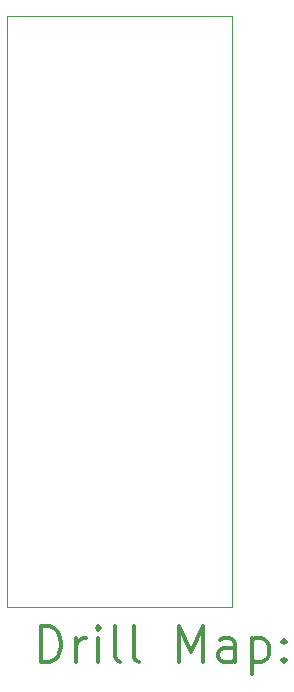
<source format=gbr>
%FSLAX45Y45*%
G04 Gerber Fmt 4.5, Leading zero omitted, Abs format (unit mm)*
G04 Created by KiCad (PCBNEW (5.1.10)-1) date 2021-06-07 16:13:07*
%MOMM*%
%LPD*%
G01*
G04 APERTURE LIST*
%TA.AperFunction,Profile*%
%ADD10C,0.050000*%
%TD*%
%ADD11C,0.200000*%
%ADD12C,0.300000*%
G04 APERTURE END LIST*
D10*
X18313000Y-10441000D02*
X18313000Y-11248000D01*
X18313400Y-6248400D02*
X16413400Y-6248400D01*
X18313000Y-11248000D02*
X16413000Y-11248000D01*
X18313400Y-6248400D02*
X18313000Y-10441000D01*
X16413000Y-6248400D02*
X16413000Y-11248000D01*
D11*
D12*
X16696928Y-11716214D02*
X16696928Y-11416214D01*
X16768357Y-11416214D01*
X16811214Y-11430500D01*
X16839786Y-11459071D01*
X16854071Y-11487643D01*
X16868357Y-11544786D01*
X16868357Y-11587643D01*
X16854071Y-11644786D01*
X16839786Y-11673357D01*
X16811214Y-11701929D01*
X16768357Y-11716214D01*
X16696928Y-11716214D01*
X16996928Y-11716214D02*
X16996928Y-11516214D01*
X16996928Y-11573357D02*
X17011214Y-11544786D01*
X17025500Y-11530500D01*
X17054071Y-11516214D01*
X17082643Y-11516214D01*
X17182643Y-11716214D02*
X17182643Y-11516214D01*
X17182643Y-11416214D02*
X17168357Y-11430500D01*
X17182643Y-11444786D01*
X17196928Y-11430500D01*
X17182643Y-11416214D01*
X17182643Y-11444786D01*
X17368357Y-11716214D02*
X17339786Y-11701929D01*
X17325500Y-11673357D01*
X17325500Y-11416214D01*
X17525500Y-11716214D02*
X17496928Y-11701929D01*
X17482643Y-11673357D01*
X17482643Y-11416214D01*
X17868357Y-11716214D02*
X17868357Y-11416214D01*
X17968357Y-11630500D01*
X18068357Y-11416214D01*
X18068357Y-11716214D01*
X18339786Y-11716214D02*
X18339786Y-11559071D01*
X18325500Y-11530500D01*
X18296928Y-11516214D01*
X18239786Y-11516214D01*
X18211214Y-11530500D01*
X18339786Y-11701929D02*
X18311214Y-11716214D01*
X18239786Y-11716214D01*
X18211214Y-11701929D01*
X18196928Y-11673357D01*
X18196928Y-11644786D01*
X18211214Y-11616214D01*
X18239786Y-11601929D01*
X18311214Y-11601929D01*
X18339786Y-11587643D01*
X18482643Y-11516214D02*
X18482643Y-11816214D01*
X18482643Y-11530500D02*
X18511214Y-11516214D01*
X18568357Y-11516214D01*
X18596928Y-11530500D01*
X18611214Y-11544786D01*
X18625500Y-11573357D01*
X18625500Y-11659071D01*
X18611214Y-11687643D01*
X18596928Y-11701929D01*
X18568357Y-11716214D01*
X18511214Y-11716214D01*
X18482643Y-11701929D01*
X18754071Y-11687643D02*
X18768357Y-11701929D01*
X18754071Y-11716214D01*
X18739786Y-11701929D01*
X18754071Y-11687643D01*
X18754071Y-11716214D01*
X18754071Y-11530500D02*
X18768357Y-11544786D01*
X18754071Y-11559071D01*
X18739786Y-11544786D01*
X18754071Y-11530500D01*
X18754071Y-11559071D01*
M02*

</source>
